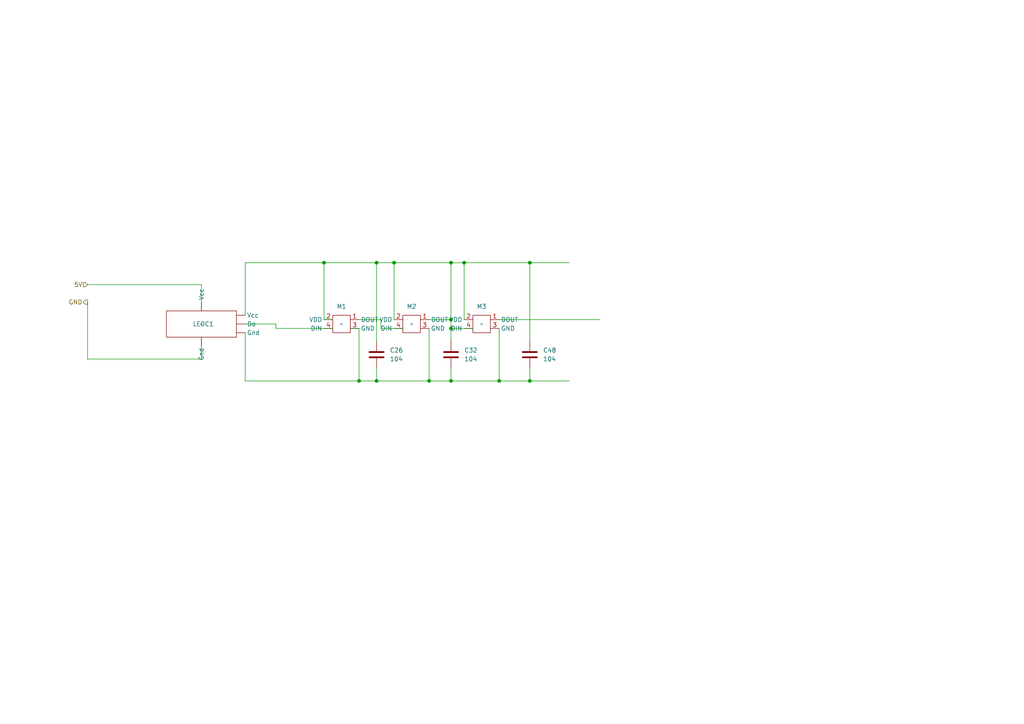
<source format=kicad_sch>
(kicad_sch (version 20230121) (generator eeschema)
  (paper "A4")
  (lib_symbols
    (symbol "Device:C" (pin_numbers hide) (pin_names (offset 0.254))
      (property "Reference" "C" (at 0.635 2.54 0))
      (property "Value" "C" (at 0.635 -2.54 0))
      (symbol "C_0_1"
        (polyline (pts (xy -2.032 -0.762) (xy 2.032 -0.762)) (stroke (width 0.508)))
        (polyline (pts (xy -2.032 0.762) (xy 2.032 0.762)) (stroke (width 0.508)))
      )
      (symbol "C_1_1"
        (pin passive line (at 0 3.81 270) (length 2.794) (name "~") (number "1"))
        (pin passive line (at 0 -3.81 90) (length 2.794) (name "~") (number "2"))
      )
    )
    (symbol "bitaxe:LED-Controler"
      (property "Reference" "LEDC" (at -6.35 2.54 0))
      (symbol "LED-Controler_0_1"
        (rectangle (start -10.16 3.81) (end 10.16 -3.81))
      )
      (symbol "LED-Controler_1_1"
        (pin output line (at 10.16 0 0) (length 2.54) (name "Do") (number ""))
        (pin input line (at 0 -3.81 270) (length 2.54) (name "Gnd") (number ""))
        (pin input line (at 10.16 -2.54 0) (length 2.54) (name "Gnd") (number ""))
        (pin input line (at 0 3.81 90) (length 2.54) (name "Vcc") (number ""))
        (pin output line (at 10.16 2.54 0) (length 2.54) (name "Vcc") (number ""))
      )
    )
    (symbol "bitaxe:XL-1010RGBC"
      (property "Reference" "M" (at 0 0 0))
      (symbol "XL-1010RGBC_0_1"
        (rectangle (start -2.54 2.54) (end 2.54 -2.54))
        (rectangle (start -1.27 1.27) (end -1.27 1.27))
      )
      (symbol "XL-1010RGBC_1_1"
        (pin output line (at 2.54 1.27 0) (length 2.54) (name "DOUT") (number "1"))
        (pin input line (at -2.54 1.27 180) (length 2.54) (name "VDD") (number "2"))
        (pin output line (at 2.54 -1.27 0) (length 2.54) (name "GND") (number "3"))
        (pin input line (at -2.54 -1.27 180) (length 2.54) (name "DIN") (number "4"))
      )
    )
  )
  (junction (at 153.67 110.49))
  (junction (at 114.3 76.2))
  (junction (at 144.78 110.49))
  (junction (at 130.81 110.49))
  (junction (at 109.22 110.49))
  (junction (at 104.14 110.49))
  (junction (at 134.62 76.2))
  (junction (at 124.46 110.49))
  (junction (at 153.67 76.2))
  (junction (at 130.81 92.71))
  (junction (at 93.98 76.2))
  (junction (at 130.81 76.2))
  (junction (at 130.81 95.25))
  (junction (at 109.22 76.2))
  (wire (pts (xy 104.14 110.49) (xy 109.22 110.49)))
  (wire (pts (xy 130.81 106.68) (xy 130.81 110.49)))
  (wire (pts (xy 58.42 104.14) (xy 25.4 104.14)))
  (wire (pts (xy 130.81 110.49) (xy 144.78 110.49)))
  (wire (pts (xy 71.12 110.49) (xy 104.14 110.49)))
  (wire (pts (xy 71.12 96.52) (xy 71.12 110.49)))
  (wire (pts (xy 93.98 76.2) (xy 93.98 92.71)))
  (wire (pts (xy 124.46 92.71) (xy 130.81 92.71)))
  (wire (pts (xy 58.42 104.14) (xy 58.42 97.79)))
  (wire (pts (xy 93.98 76.2) (xy 109.22 76.2)))
  (wire (pts (xy 134.62 76.2) (xy 134.62 92.71)))
  (wire (pts (xy 144.78 95.25) (xy 144.78 110.49)))
  (wire (pts (xy 109.22 106.68) (xy 109.22 110.49)))
  (wire (pts (xy 71.12 91.44) (xy 71.12 76.2)))
  (wire (pts (xy 109.22 110.49) (xy 124.46 110.49)))
  (wire (pts (xy 93.98 92.71) (xy 96.52 92.71)))
  (wire (pts (xy 80.01 93.98) (xy 80.01 95.25)))
  (wire (pts (xy 153.67 106.68) (xy 153.67 110.49)))
  (wire (pts (xy 130.81 92.71) (xy 130.81 95.25)))
  (wire (pts (xy 130.81 95.25) (xy 137.16 95.25)))
  (wire (pts (xy 80.01 95.25) (xy 96.52 95.25)))
  (wire (pts (xy 110.49 95.25) (xy 116.84 95.25)))
  (wire (pts (xy 130.81 95.25) (xy 130.81 99.06)))
  (wire (pts (xy 134.62 76.2) (xy 153.67 76.2)))
  (wire (pts (xy 71.12 76.2) (xy 93.98 76.2)))
  (wire (pts (xy 109.22 76.2) (xy 109.22 99.06)))
  (wire (pts (xy 109.22 76.2) (xy 114.3 76.2)))
  (wire (pts (xy 110.49 92.71) (xy 110.49 95.25)))
  (wire (pts (xy 144.78 110.49) (xy 153.67 110.49)))
  (wire (pts (xy 101.6 95.25) (xy 104.14 95.25)))
  (wire (pts (xy 104.14 92.71) (xy 110.49 92.71)))
  (wire (pts (xy 124.46 95.25) (xy 124.46 110.49)))
  (wire (pts (xy 25.4 104.14) (xy 25.4 87.63)))
  (wire (pts (xy 153.67 110.49) (xy 165.1 110.49)))
  (wire (pts (xy 104.14 95.25) (xy 104.14 110.49)))
  (wire (pts (xy 25.4 82.55) (xy 58.42 82.55)))
  (wire (pts (xy 58.42 82.55) (xy 58.42 90.17)))
  (wire (pts (xy 153.67 99.06) (xy 153.67 76.2)))
  (wire (pts (xy 130.81 76.2) (xy 134.62 76.2)))
  (wire (pts (xy 114.3 76.2) (xy 130.81 76.2)))
  (wire (pts (xy 144.78 92.71) (xy 173.99 92.71)))
  (wire (pts (xy 130.81 76.2) (xy 130.81 92.71)))
  (wire (pts (xy 124.46 110.49) (xy 130.81 110.49)))
  (wire (pts (xy 71.12 93.98) (xy 80.01 93.98)))
  (wire (pts (xy 114.3 76.2) (xy 114.3 92.71)))
  (wire (pts (xy 153.67 76.2) (xy 165.1 76.2)))
  (hierarchical_label "GND" (shape output) (at 25.4 87.63 180))
  (hierarchical_label "5V" (shape input) (at 25.4 82.55 180))
  (symbol (lib_id "Device:C") (at 153.67 102.87 0) (unit 1)
    (property "Reference" "C48" (at 157.48 101.6 0) (effects (justify left)))
    (property "Value" "104" (at 157.48 104.14 0) (effects (justify left)))
  )
  (symbol (lib_id "Device:C") (at 130.81 102.87 0) (unit 1)
    (property "Reference" "C32" (at 134.62 101.6 0) (effects (justify left)))
    (property "Value" "104" (at 134.62 104.14 0) (effects (justify left)))
  )
  (symbol (lib_id "bitaxe:XL-1010RGBC") (at 99.06 93.98 0) (unit 1)
    (property "Reference" "M1" (at 99.06 88.9 0))
    (property "Value" "~" (at 99.06 93.98 0))
  )
  (symbol (lib_id "bitaxe:XL-1010RGBC") (at 139.7 93.98 0) (unit 1)
    (property "Reference" "M3" (at 139.7 88.9 0))
    (property "Value" "~" (at 139.7 93.98 0))
  )
  (symbol (lib_id "Device:C") (at 109.22 102.87 0) (unit 1)
    (property "Reference" "C26" (at 113.03 101.6 0) (effects (justify left)))
    (property "Value" "104" (at 113.03 104.14 0) (effects (justify left)))
  )
  (symbol (lib_id "bitaxe:LED-Controler") (at 58.42 93.98 0) (unit 1)
    (property "Reference" "LEDC1" (at 55.88 93.98 0) (effects (justify left)))
    (property "Value" "~" (at 58.42 93.98 0))
  )
  (symbol (lib_id "bitaxe:XL-1010RGBC") (at 119.38 93.98 0) (unit 1)
    (property "Reference" "M2" (at 119.38 88.9 0))
    (property "Value" "~" (at 119.38 93.98 0))
  )
)
</source>
